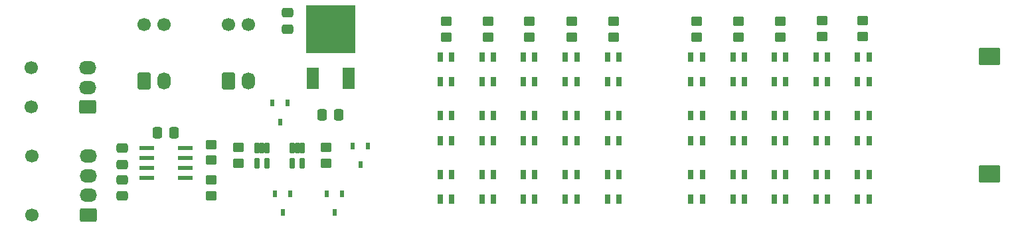
<source format=gbr>
%TF.GenerationSoftware,KiCad,Pcbnew,8.0.9-8.0.9-0~ubuntu25.04.1*%
%TF.CreationDate,2025-05-02T04:18:54-07:00*%
%TF.ProjectId,TSSI,54535349-2e6b-4696-9361-645f70636258,3*%
%TF.SameCoordinates,Original*%
%TF.FileFunction,Soldermask,Top*%
%TF.FilePolarity,Negative*%
%FSLAX46Y46*%
G04 Gerber Fmt 4.6, Leading zero omitted, Abs format (unit mm)*
G04 Created by KiCad (PCBNEW 8.0.9-8.0.9-0~ubuntu25.04.1) date 2025-05-02 04:18:54*
%MOMM*%
%LPD*%
G01*
G04 APERTURE LIST*
G04 Aperture macros list*
%AMRoundRect*
0 Rectangle with rounded corners*
0 $1 Rounding radius*
0 $2 $3 $4 $5 $6 $7 $8 $9 X,Y pos of 4 corners*
0 Add a 4 corners polygon primitive as box body*
4,1,4,$2,$3,$4,$5,$6,$7,$8,$9,$2,$3,0*
0 Add four circle primitives for the rounded corners*
1,1,$1+$1,$2,$3*
1,1,$1+$1,$4,$5*
1,1,$1+$1,$6,$7*
1,1,$1+$1,$8,$9*
0 Add four rect primitives between the rounded corners*
20,1,$1+$1,$2,$3,$4,$5,0*
20,1,$1+$1,$4,$5,$6,$7,0*
20,1,$1+$1,$6,$7,$8,$9,0*
20,1,$1+$1,$8,$9,$2,$3,0*%
G04 Aperture macros list end*
%ADD10RoundRect,0.102000X-1.250000X-1.000000X1.250000X-1.000000X1.250000X1.000000X-1.250000X1.000000X0*%
%ADD11RoundRect,0.250000X-0.337500X-0.475000X0.337500X-0.475000X0.337500X0.475000X-0.337500X0.475000X0*%
%ADD12RoundRect,0.250000X-0.475000X0.337500X-0.475000X-0.337500X0.475000X-0.337500X0.475000X0.337500X0*%
%ADD13R,0.750000X1.150000*%
%ADD14RoundRect,0.250000X-0.450000X0.350000X-0.450000X-0.350000X0.450000X-0.350000X0.450000X0.350000X0*%
%ADD15C,1.700000*%
%ADD16RoundRect,0.250000X0.850000X0.600000X-0.850000X0.600000X-0.850000X-0.600000X0.850000X-0.600000X0*%
%ADD17O,2.200000X1.700000*%
%ADD18RoundRect,0.250000X0.450000X-0.350000X0.450000X0.350000X-0.450000X0.350000X-0.450000X-0.350000X0*%
%ADD19RoundRect,0.250000X0.600000X-0.850000X0.600000X0.850000X-0.600000X0.850000X-0.600000X-0.850000X0*%
%ADD20O,1.700000X2.200000*%
%ADD21RoundRect,0.250000X0.337500X0.475000X-0.337500X0.475000X-0.337500X-0.475000X0.337500X-0.475000X0*%
%ADD22R,0.558800X0.863600*%
%ADD23RoundRect,0.075500X-0.226500X0.621500X-0.226500X-0.621500X0.226500X-0.621500X0.226500X0.621500X0*%
%ADD24R,1.981200X0.558800*%
%ADD25R,1.500000X2.800000*%
%ADD26R,6.300000X6.100000*%
G04 APERTURE END LIST*
D10*
%TO.C,L1*%
X202750000Y-99750000D03*
X202750000Y-114750000D03*
%TD*%
D11*
%TO.C,C5*%
X96712500Y-109500000D03*
X98787500Y-109500000D03*
%TD*%
D12*
%TO.C,C2*%
X92150000Y-115520000D03*
X92150000Y-117595000D03*
%TD*%
D13*
%TO.C,D8*%
X144800000Y-107350000D03*
X143350000Y-107350000D03*
X143350000Y-110500000D03*
X144800000Y-110500000D03*
%TD*%
D14*
%TO.C,R11*%
X170800000Y-95300000D03*
X170800000Y-97300000D03*
%TD*%
D13*
%TO.C,D24*%
X176800000Y-114850000D03*
X175350000Y-114850000D03*
X175350000Y-118000000D03*
X176800000Y-118000000D03*
%TD*%
%TO.C,D28*%
X187400000Y-99850000D03*
X185950000Y-99850000D03*
X185950000Y-103000000D03*
X187400000Y-103000000D03*
%TD*%
%TO.C,D5*%
X139500000Y-107350000D03*
X138050000Y-107350000D03*
X138050000Y-110500000D03*
X139500000Y-110500000D03*
%TD*%
%TO.C,D12*%
X150150000Y-114850000D03*
X148700000Y-114850000D03*
X148700000Y-118000000D03*
X150150000Y-118000000D03*
%TD*%
%TO.C,D20*%
X171500000Y-107350000D03*
X170050000Y-107350000D03*
X170050000Y-110500000D03*
X171500000Y-110500000D03*
%TD*%
D12*
%TO.C,C1*%
X92150000Y-111492500D03*
X92150000Y-113567500D03*
%TD*%
D15*
%TO.C,J3*%
X80570000Y-106250000D03*
X80570000Y-101250000D03*
D16*
X87750000Y-106250000D03*
D17*
X87750000Y-103750000D03*
X87750000Y-101250000D03*
%TD*%
D13*
%TO.C,D16*%
X166150000Y-99850000D03*
X164700000Y-99850000D03*
X164700000Y-103000000D03*
X166150000Y-103000000D03*
%TD*%
%TO.C,D11*%
X150150000Y-107350000D03*
X148700000Y-107350000D03*
X148700000Y-110500000D03*
X150150000Y-110500000D03*
%TD*%
%TO.C,D14*%
X155500000Y-107350000D03*
X154050000Y-107350000D03*
X154050000Y-110500000D03*
X155500000Y-110500000D03*
%TD*%
D18*
%TO.C,R2*%
X118200000Y-113400000D03*
X118200000Y-111400000D03*
%TD*%
D15*
%TO.C,J4*%
X95000000Y-95750000D03*
X97500000Y-95750000D03*
D19*
X95000000Y-102930000D03*
D20*
X97500000Y-102930000D03*
%TD*%
D13*
%TO.C,D29*%
X187400000Y-107350000D03*
X185950000Y-107350000D03*
X185950000Y-110500000D03*
X187400000Y-110500000D03*
%TD*%
%TO.C,D23*%
X176800000Y-107350000D03*
X175350000Y-107350000D03*
X175350000Y-110500000D03*
X176800000Y-110500000D03*
%TD*%
D21*
%TO.C,C3*%
X119787500Y-107250000D03*
X117712500Y-107250000D03*
%TD*%
D13*
%TO.C,D21*%
X171500000Y-114850000D03*
X170050000Y-114850000D03*
X170050000Y-118000000D03*
X171500000Y-118000000D03*
%TD*%
%TO.C,D26*%
X182100000Y-107350000D03*
X180650000Y-107350000D03*
X180650000Y-110500000D03*
X182100000Y-110500000D03*
%TD*%
%TO.C,D30*%
X187400000Y-114850000D03*
X185950000Y-114850000D03*
X185950000Y-118000000D03*
X187400000Y-118000000D03*
%TD*%
D22*
%TO.C,CR2*%
X123500002Y-111200000D03*
X121600000Y-111200000D03*
X122550001Y-113587600D03*
%TD*%
D12*
%TO.C,C4*%
X113250000Y-94212500D03*
X113250000Y-96287500D03*
%TD*%
D14*
%TO.C,R14*%
X186600000Y-95200000D03*
X186600000Y-97200000D03*
%TD*%
D13*
%TO.C,D3*%
X134200000Y-114850000D03*
X132750000Y-114850000D03*
X132750000Y-118000000D03*
X134200000Y-118000000D03*
%TD*%
D22*
%TO.C,CR5*%
X113250000Y-105750000D03*
X111349998Y-105750000D03*
X112299999Y-108137600D03*
%TD*%
D23*
%TO.C,U1*%
X110650000Y-111500000D03*
X110000000Y-111500000D03*
X109350000Y-111500000D03*
X109350000Y-113420000D03*
X110650000Y-113420000D03*
%TD*%
D14*
%TO.C,R7*%
X144100000Y-95300000D03*
X144100000Y-97300000D03*
%TD*%
D24*
%TO.C,U3*%
X95322400Y-111480000D03*
X95322400Y-112750000D03*
X95322400Y-114020000D03*
X95322400Y-115290000D03*
X100250000Y-115290000D03*
X100250000Y-114020000D03*
X100250000Y-112750000D03*
X100250000Y-111480000D03*
%TD*%
D13*
%TO.C,D22*%
X176800000Y-99850000D03*
X175350000Y-99850000D03*
X175350000Y-103000000D03*
X176800000Y-103000000D03*
%TD*%
%TO.C,D1*%
X134200000Y-99850000D03*
X132750000Y-99850000D03*
X132750000Y-103000000D03*
X134200000Y-103000000D03*
%TD*%
%TO.C,D27*%
X182100000Y-114850000D03*
X180650000Y-114850000D03*
X180650000Y-118000000D03*
X182100000Y-118000000D03*
%TD*%
%TO.C,D6*%
X139500000Y-114850000D03*
X138050000Y-114850000D03*
X138050000Y-118000000D03*
X139500000Y-118000000D03*
%TD*%
%TO.C,D17*%
X166150000Y-107350000D03*
X164700000Y-107350000D03*
X164700000Y-110500000D03*
X166150000Y-110500000D03*
%TD*%
D15*
%TO.C,J1*%
X80710000Y-120000000D03*
X80710000Y-112500000D03*
D16*
X87890000Y-120000000D03*
D17*
X87890000Y-117500000D03*
X87890000Y-115000000D03*
X87890000Y-112500000D03*
%TD*%
D13*
%TO.C,D18*%
X166150000Y-114850000D03*
X164700000Y-114850000D03*
X164700000Y-118000000D03*
X166150000Y-118000000D03*
%TD*%
D22*
%TO.C,CR4*%
X120200002Y-117306200D03*
X118300000Y-117306200D03*
X119250001Y-119693800D03*
%TD*%
D13*
%TO.C,D2*%
X134200000Y-107350000D03*
X132750000Y-107350000D03*
X132750000Y-110500000D03*
X134200000Y-110500000D03*
%TD*%
D14*
%TO.C,R4*%
X103500000Y-115520000D03*
X103500000Y-117520000D03*
%TD*%
D15*
%TO.C,J2*%
X105750000Y-95750000D03*
X108250000Y-95750000D03*
D19*
X105750000Y-102930000D03*
D20*
X108250000Y-102930000D03*
%TD*%
D14*
%TO.C,R9*%
X154800000Y-95300000D03*
X154800000Y-97300000D03*
%TD*%
%TO.C,R13*%
X181400000Y-95200000D03*
X181400000Y-97200000D03*
%TD*%
%TO.C,R6*%
X138800000Y-95300000D03*
X138800000Y-97300000D03*
%TD*%
D13*
%TO.C,D7*%
X144800000Y-99850000D03*
X143350000Y-99850000D03*
X143350000Y-103000000D03*
X144800000Y-103000000D03*
%TD*%
%TO.C,D10*%
X150150000Y-99850000D03*
X148700000Y-99850000D03*
X148700000Y-103000000D03*
X150150000Y-103000000D03*
%TD*%
D23*
%TO.C,U2*%
X115150000Y-111500000D03*
X114500000Y-111500000D03*
X113850000Y-111500000D03*
X113850000Y-113420000D03*
X115150000Y-113420000D03*
%TD*%
D18*
%TO.C,R1*%
X107000000Y-113400000D03*
X107000000Y-111400000D03*
%TD*%
D25*
%TO.C,U5*%
X116464000Y-102550000D03*
D26*
X118750000Y-96300000D03*
D25*
X121036000Y-102550000D03*
%TD*%
D14*
%TO.C,R3*%
X103500000Y-111020000D03*
X103500000Y-113020000D03*
%TD*%
%TO.C,R8*%
X149500000Y-95300000D03*
X149500000Y-97300000D03*
%TD*%
D13*
%TO.C,D15*%
X155500000Y-114850000D03*
X154050000Y-114850000D03*
X154050000Y-118000000D03*
X155500000Y-118000000D03*
%TD*%
%TO.C,D25*%
X182100000Y-99850000D03*
X180650000Y-99850000D03*
X180650000Y-103000000D03*
X182100000Y-103000000D03*
%TD*%
%TO.C,D9*%
X144800000Y-114850000D03*
X143350000Y-114850000D03*
X143350000Y-118000000D03*
X144800000Y-118000000D03*
%TD*%
%TO.C,D19*%
X171500000Y-99850000D03*
X170050000Y-99850000D03*
X170050000Y-103000000D03*
X171500000Y-103000000D03*
%TD*%
D14*
%TO.C,R10*%
X165400000Y-95300000D03*
X165400000Y-97300000D03*
%TD*%
%TO.C,R12*%
X176100000Y-95300000D03*
X176100000Y-97300000D03*
%TD*%
D13*
%TO.C,D4*%
X139500000Y-99850000D03*
X138050000Y-99850000D03*
X138050000Y-103000000D03*
X139500000Y-103000000D03*
%TD*%
D14*
%TO.C,R5*%
X133500000Y-95300000D03*
X133500000Y-97300000D03*
%TD*%
D22*
%TO.C,CR1*%
X113600000Y-117300000D03*
X111699998Y-117300000D03*
X112649999Y-119687600D03*
%TD*%
D13*
%TO.C,D13*%
X155500000Y-99850000D03*
X154050000Y-99850000D03*
X154050000Y-103000000D03*
X155500000Y-103000000D03*
%TD*%
M02*

</source>
